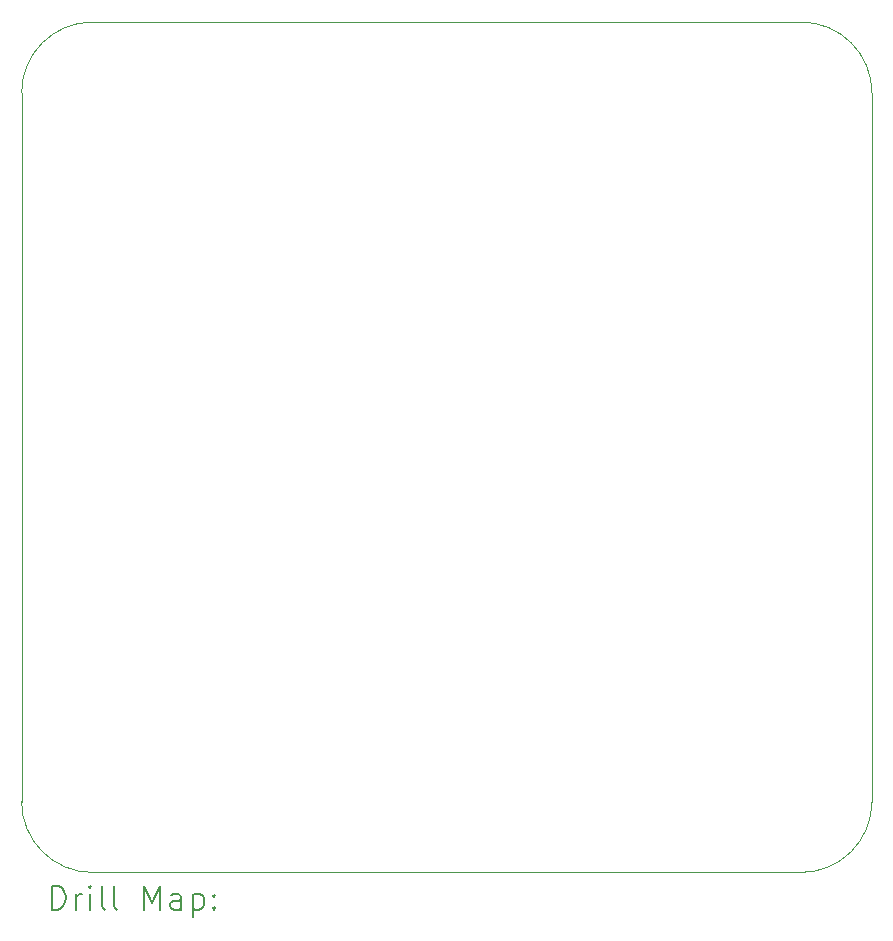
<source format=gbr>
%TF.GenerationSoftware,KiCad,Pcbnew,9.0.0*%
%TF.CreationDate,2025-05-14T11:22:42+02:00*%
%TF.ProjectId,Alarme,416c6172-6d65-42e6-9b69-6361645f7063,V0*%
%TF.SameCoordinates,Original*%
%TF.FileFunction,Drillmap*%
%TF.FilePolarity,Positive*%
%FSLAX45Y45*%
G04 Gerber Fmt 4.5, Leading zero omitted, Abs format (unit mm)*
G04 Created by KiCad (PCBNEW 9.0.0) date 2025-05-14 11:22:42*
%MOMM*%
%LPD*%
G01*
G04 APERTURE LIST*
%ADD10C,0.050000*%
%ADD11C,0.200000*%
G04 APERTURE END LIST*
D10*
X18000000Y-6400000D02*
G75*
G02*
X18600000Y-7000000I0J-600000D01*
G01*
X18600000Y-7000000D02*
X18600000Y-13000000D01*
X18000000Y-13600000D02*
X12000000Y-13600000D01*
X11400000Y-7000000D02*
G75*
G02*
X12000000Y-6400000I600000J0D01*
G01*
X12000000Y-6400000D02*
X18000000Y-6400000D01*
X12000000Y-13600000D02*
G75*
G02*
X11400000Y-13000000I0J600000D01*
G01*
X11400000Y-13000000D02*
X11400000Y-7000000D01*
X18600000Y-13000000D02*
G75*
G02*
X18000000Y-13600000I-600000J0D01*
G01*
D11*
X11658277Y-13913984D02*
X11658277Y-13713984D01*
X11658277Y-13713984D02*
X11705896Y-13713984D01*
X11705896Y-13713984D02*
X11734467Y-13723508D01*
X11734467Y-13723508D02*
X11753515Y-13742555D01*
X11753515Y-13742555D02*
X11763039Y-13761603D01*
X11763039Y-13761603D02*
X11772562Y-13799698D01*
X11772562Y-13799698D02*
X11772562Y-13828269D01*
X11772562Y-13828269D02*
X11763039Y-13866365D01*
X11763039Y-13866365D02*
X11753515Y-13885412D01*
X11753515Y-13885412D02*
X11734467Y-13904460D01*
X11734467Y-13904460D02*
X11705896Y-13913984D01*
X11705896Y-13913984D02*
X11658277Y-13913984D01*
X11858277Y-13913984D02*
X11858277Y-13780650D01*
X11858277Y-13818746D02*
X11867801Y-13799698D01*
X11867801Y-13799698D02*
X11877324Y-13790174D01*
X11877324Y-13790174D02*
X11896372Y-13780650D01*
X11896372Y-13780650D02*
X11915420Y-13780650D01*
X11982086Y-13913984D02*
X11982086Y-13780650D01*
X11982086Y-13713984D02*
X11972562Y-13723508D01*
X11972562Y-13723508D02*
X11982086Y-13733031D01*
X11982086Y-13733031D02*
X11991610Y-13723508D01*
X11991610Y-13723508D02*
X11982086Y-13713984D01*
X11982086Y-13713984D02*
X11982086Y-13733031D01*
X12105896Y-13913984D02*
X12086848Y-13904460D01*
X12086848Y-13904460D02*
X12077324Y-13885412D01*
X12077324Y-13885412D02*
X12077324Y-13713984D01*
X12210658Y-13913984D02*
X12191610Y-13904460D01*
X12191610Y-13904460D02*
X12182086Y-13885412D01*
X12182086Y-13885412D02*
X12182086Y-13713984D01*
X12439229Y-13913984D02*
X12439229Y-13713984D01*
X12439229Y-13713984D02*
X12505896Y-13856841D01*
X12505896Y-13856841D02*
X12572562Y-13713984D01*
X12572562Y-13713984D02*
X12572562Y-13913984D01*
X12753515Y-13913984D02*
X12753515Y-13809222D01*
X12753515Y-13809222D02*
X12743991Y-13790174D01*
X12743991Y-13790174D02*
X12724943Y-13780650D01*
X12724943Y-13780650D02*
X12686848Y-13780650D01*
X12686848Y-13780650D02*
X12667801Y-13790174D01*
X12753515Y-13904460D02*
X12734467Y-13913984D01*
X12734467Y-13913984D02*
X12686848Y-13913984D01*
X12686848Y-13913984D02*
X12667801Y-13904460D01*
X12667801Y-13904460D02*
X12658277Y-13885412D01*
X12658277Y-13885412D02*
X12658277Y-13866365D01*
X12658277Y-13866365D02*
X12667801Y-13847317D01*
X12667801Y-13847317D02*
X12686848Y-13837793D01*
X12686848Y-13837793D02*
X12734467Y-13837793D01*
X12734467Y-13837793D02*
X12753515Y-13828269D01*
X12848753Y-13780650D02*
X12848753Y-13980650D01*
X12848753Y-13790174D02*
X12867801Y-13780650D01*
X12867801Y-13780650D02*
X12905896Y-13780650D01*
X12905896Y-13780650D02*
X12924943Y-13790174D01*
X12924943Y-13790174D02*
X12934467Y-13799698D01*
X12934467Y-13799698D02*
X12943991Y-13818746D01*
X12943991Y-13818746D02*
X12943991Y-13875888D01*
X12943991Y-13875888D02*
X12934467Y-13894936D01*
X12934467Y-13894936D02*
X12924943Y-13904460D01*
X12924943Y-13904460D02*
X12905896Y-13913984D01*
X12905896Y-13913984D02*
X12867801Y-13913984D01*
X12867801Y-13913984D02*
X12848753Y-13904460D01*
X13029705Y-13894936D02*
X13039229Y-13904460D01*
X13039229Y-13904460D02*
X13029705Y-13913984D01*
X13029705Y-13913984D02*
X13020182Y-13904460D01*
X13020182Y-13904460D02*
X13029705Y-13894936D01*
X13029705Y-13894936D02*
X13029705Y-13913984D01*
X13029705Y-13790174D02*
X13039229Y-13799698D01*
X13039229Y-13799698D02*
X13029705Y-13809222D01*
X13029705Y-13809222D02*
X13020182Y-13799698D01*
X13020182Y-13799698D02*
X13029705Y-13790174D01*
X13029705Y-13790174D02*
X13029705Y-13809222D01*
M02*

</source>
